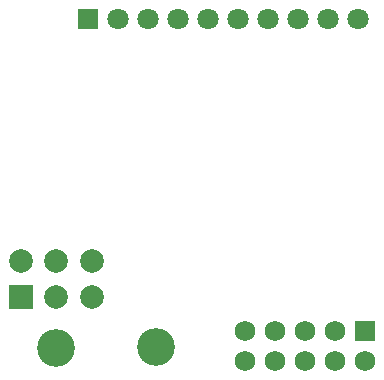
<source format=gbs>
G04 Layer_Color=16711935*
%FSLAX24Y24*%
%MOIN*%
G70*
G01*
G75*
%ADD49C,0.1261*%
%ADD50C,0.0710*%
%ADD51R,0.0710X0.0710*%
%ADD52C,0.0680*%
%ADD53R,0.0680X0.0680*%
%ADD54R,0.0789X0.0789*%
%ADD55C,0.0789*%
D49*
X38583Y24546D02*
D03*
X35276Y24528D02*
D03*
D50*
X45339Y35472D02*
D03*
X44339D02*
D03*
X38339D02*
D03*
X39339D02*
D03*
X37339D02*
D03*
X40339D02*
D03*
X42339D02*
D03*
X41339D02*
D03*
X43339D02*
D03*
D51*
X36339D02*
D03*
D52*
X44561Y25089D02*
D03*
X41561D02*
D03*
X42561D02*
D03*
X44561Y24089D02*
D03*
X45561D02*
D03*
X41561D02*
D03*
X42561D02*
D03*
X43561Y25089D02*
D03*
Y24089D02*
D03*
D53*
X45561Y25089D02*
D03*
D54*
X34094Y26220D02*
D03*
D55*
X35276D02*
D03*
X34094Y27402D02*
D03*
X35276D02*
D03*
X36457Y26220D02*
D03*
Y27402D02*
D03*
M02*

</source>
